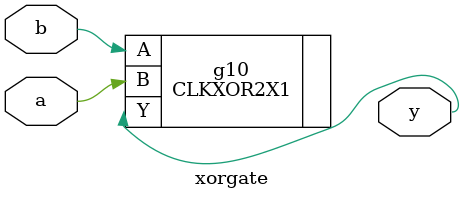
<source format=v>


// Verification Directory fv/xorgate 

module xorgate(a, b, y);
  input a, b;
  output y;
  wire a, b;
  wire y;
  CLKXOR2X1 g10(.A (b), .B (a), .Y (y));
endmodule


</source>
